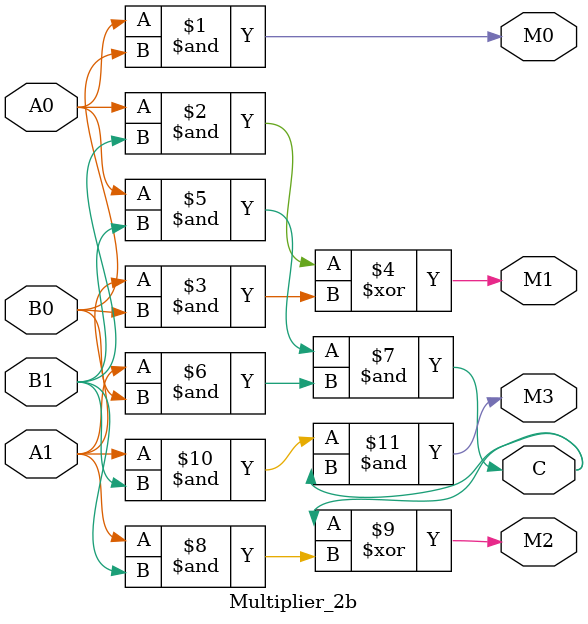
<source format=v>
`timescale 1ns / 1ps


module Multiplier_2b(
    input A0,
    input A1,
    input B0,
    input B1,
    output M0,
    output M1,
    output C,
    output M2,
    output M3
    );
    assign M0=A0&B0;
    assign M1=(A0&B1)^(A1&B0);
    assign C=(A0&B1)&(A1&B0);
    assign M2=C^(A1&B1);
    assign M3=(A1&B1)&C;
    
endmodule

</source>
